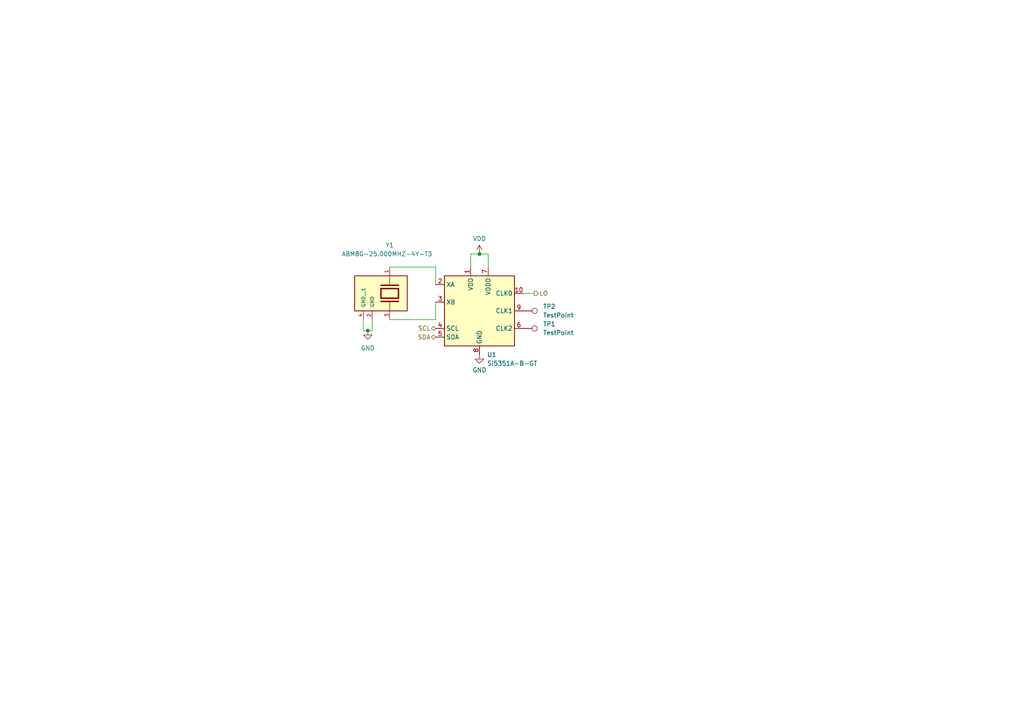
<source format=kicad_sch>
(kicad_sch (version 20230121) (generator eeschema)
  (paper "A4")
  (lib_symbols
    (symbol "ABM8G-25.000MHZ-4Y-T3:ABM8G-25.000MHZ-4Y-T3" (pin_names (offset 1.016))
      (property "Reference" "Y" (at -5.08 6.35 0))
      (property "Value" "ABM8G-25.000MHZ-4Y-T3" (at -12.7 -12.7 0))
      (symbol "ABM8G-25.000MHZ-4Y-T3_0_0"
        (rectangle (start -5.08 -10.16) (end 5.08 5.08) (stroke (width 0.254)) (fill (type background)))
        (polyline (pts (xy -5.08 0) (xy -2.54 0)) (stroke (width 0.1524)))
        (polyline (pts (xy -2.3368 2.54) (xy -2.3368 -2.54)) (stroke (width 0.4064)))
        (polyline (pts (xy -1.397 2.54) (xy -1.397 -2.54)) (stroke (width 0.4064)))
        (polyline (pts (xy -1.397 2.54) (xy 1.397 2.54)) (stroke (width 0.4064)))
        (polyline (pts (xy 1.397 -2.54) (xy -1.397 -2.54)) (stroke (width 0.4064)))
        (polyline (pts (xy 1.397 2.54) (xy 1.397 -2.54)) (stroke (width 0.4064)))
        (polyline (pts (xy 2.3368 2.54) (xy 2.3368 -2.54)) (stroke (width 0.4064)))
        (polyline (pts (xy 2.54 0) (xy 5.08 0)) (stroke (width 0.1524)))
        (pin passive line (at -7.62 0 0) (length 2.54) (name "~") (number "1"))
        (pin power_in line (at 7.62 -5.08 180) (length 2.54) (name "GND") (number "2"))
        (pin passive line (at 7.62 0 180) (length 2.54) (name "~") (number "3"))
        (pin power_in line (at 7.62 -7.62 180) (length 2.54) (name "GND__1") (number "4"))
      )
    )
    (symbol "Connector:TestPoint" (pin_numbers hide) (pin_names (offset 0.762) hide)
      (property "Reference" "TP" (at 0 6.858 0))
      (property "Value" "TestPoint" (at 0 5.08 0))
      (symbol "TestPoint_0_1"
        (circle (center 0 3.302) (radius 0.762))
      )
      (symbol "TestPoint_1_1"
        (pin passive line (at 0 0 90) (length 2.54) (name "1") (number "1"))
      )
    )
    (symbol "Oscillator:Si5351A-B-GT"
      (property "Reference" "U" (at -8.89 11.43 0))
      (property "Value" "Si5351A-B-GT" (at -12.7 -12.7 0))
      (symbol "Si5351A-B-GT_0_1"
        (rectangle (start -10.16 10.16) (end 10.16 -10.16) (stroke (width 0.254)) (fill (type background)))
      )
      (symbol "Si5351A-B-GT_1_1"
        (pin power_in line (at -2.54 12.7 270) (length 2.54) (name "VDD") (number "1"))
        (pin output line (at 12.7 5.08 180) (length 2.54) (name "CLK0") (number "10"))
        (pin input line (at -12.7 7.62 0) (length 2.54) (name "XA") (number "2"))
        (pin input line (at -12.7 2.54 0) (length 2.54) (name "XB") (number "3"))
        (pin input line (at -12.7 -5.08 0) (length 2.54) (name "SCL") (number "4"))
        (pin bidirectional line (at -12.7 -7.62 0) (length 2.54) (name "SDA") (number "5"))
        (pin output line (at 12.7 -5.08 180) (length 2.54) (name "CLK2") (number "6"))
        (pin power_in line (at 2.54 12.7 270) (length 2.54) (name "VDDO") (number "7"))
        (pin power_in line (at 0 -12.7 90) (length 2.54) (name "GND") (number "8"))
        (pin output line (at 12.7 0 180) (length 2.54) (name "CLK1") (number "9"))
      )
    )
    (symbol "power:GND" (power) (pin_names (offset 0))
      (property "Value" "GND" (at 0 -3.81 0))
      (symbol "GND_0_1"
        (polyline (pts (xy 0 0) (xy 0 -1.27) (xy 1.27 -1.27) (xy 0 -2.54) (xy -1.27 -1.27) (xy 0 -1.27)))
      )
      (symbol "GND_1_1"
        (pin power_in line (at 0 0 270) (length 0) hide (name "GND") (number "1"))
      )
    )
    (symbol "power:VDD" (power) (pin_names (offset 0))
      (property "Value" "VDD" (at 0 3.81 0))
      (symbol "VDD_0_1"
        (polyline (pts (xy -0.762 1.27) (xy 0 2.54)))
        (polyline (pts (xy 0 0) (xy 0 2.54)))
        (polyline (pts (xy 0 2.54) (xy 0.762 1.27)))
      )
      (symbol "VDD_1_1"
        (pin power_in line (at 0 0 90) (length 0) hide (name "VDD") (number "1"))
      )
    )
  )
  (junction (at 139.065 73.66))
  (junction (at 106.68 95.885))
  (wire (pts (xy 105.41 92.71) (xy 105.41 95.885)))
  (wire (pts (xy 113.03 92.71) (xy 126.365 92.71)))
  (wire (pts (xy 136.525 73.66) (xy 139.065 73.66)))
  (wire (pts (xy 136.525 77.47) (xy 136.525 73.66)))
  (wire (pts (xy 151.765 85.09) (xy 154.94 85.09)))
  (wire (pts (xy 126.365 77.47) (xy 126.365 82.55)))
  (wire (pts (xy 141.605 73.66) (xy 139.065 73.66)))
  (wire (pts (xy 105.41 95.885) (xy 106.68 95.885)))
  (wire (pts (xy 126.365 92.71) (xy 126.365 87.63)))
  (wire (pts (xy 107.95 92.71) (xy 107.95 95.885)))
  (wire (pts (xy 107.95 95.885) (xy 106.68 95.885)))
  (wire (pts (xy 113.03 77.47) (xy 126.365 77.47)))
  (wire (pts (xy 141.605 77.47) (xy 141.605 73.66)))
  (hierarchical_label "SDA" (shape bidirectional) (at 126.365 97.79 180))
  (hierarchical_label "SCL" (shape bidirectional) (at 126.365 95.25 180))
  (hierarchical_label "LO" (shape output) (at 154.94 85.09 0))
  (symbol (lib_id "power:GND") (at 106.68 95.885 0) (unit 1)
    (property "Reference" "#PWR01" (effects hide))
    (property "Value" "GND" (at 106.68 100.965 0))
  )
  (symbol (lib_id "power:VDD") (at 139.065 73.66 0) (unit 1)
    (property "Reference" "#PWR03" (effects hide))
    (property "Value" "VDD" (at 139.065 69.215 0))
    (instances (project "analog_frontend" (path "" (reference "#PWR03") (unit 1)) (path "" (reference "#PWR02") (unit 1))))
  )
  (symbol (lib_id "ABM8G-25.000MHZ-4Y-T3:ABM8G-25.000MHZ-4Y-T3") (at 113.03 85.09 270) (unit 1)
    (property "Reference" "Y1" (at 111.76 71.12 90) (effects (justify left)))
    (property "Value" "ABM8G-25.000MHZ-4Y-T3" (at 99.06 73.66 90) (effects (justify left)))
    (property "Footprint" "XTAL_ABM8G-25.000MHZ-4Y-T3" (effects hide))
    (property "PARTREV" "08.13.15" (effects hide))
    (property "STANDARD" "Manufacturer Recommendations" (effects hide))
    (property "MAXIMUM_PACKAGE_HEIGHT" "1.0 mm" (effects hide))
    (property "MANUFACTURER" "Abracon" (effects hide))
  )
  (symbol (lib_id "Connector:TestPoint") (at 151.765 90.17 270) (unit 1)
    (property "Reference" "TP2" (at 157.48 88.9 90) (effects (justify left)))
    (property "Value" "TestPoint" (at 157.48 91.44 90) (effects (justify left)))
    (instances (project "analog_frontend" (path "" (reference "TP2") (unit 1)) (path "" (reference "TP1") (unit 1))))
  )
  (symbol (lib_id "Oscillator:Si5351A-B-GT") (at 139.065 90.17 0) (unit 1)
    (property "Reference" "U1" (at 141.2591 102.87 0) (effects (justify left)))
    (property "Value" "Si5351A-B-GT" (at 141.2591 105.41 0) (effects (justify left)))
    (property "Footprint" "Package_SO:MSOP-10_3x3mm_P0.5mm" (effects hide))
    (property "Datasheet" "https://www.silabs.com/documents/public/data-sheets/Si5351-B.pdf" (effects hide))
  )
  (symbol (lib_id "power:GND") (at 139.065 102.87 0) (unit 1)
    (property "Reference" "#PWR02" (effects hide))
    (property "Value" "GND" (at 139.065 107.315 0))
    (instances (project "analog_frontend" (path "" (reference "#PWR02") (unit 1)) (path "" (reference "#PWR03") (unit 1))))
  )
  (symbol (lib_id "Connector:TestPoint") (at 151.765 95.25 270) (unit 1)
    (property "Reference" "TP1" (at 157.48 93.98 90) (effects (justify left)))
    (property "Value" "TestPoint" (at 157.48 96.52 90) (effects (justify left)))
    (instances (project "analog_frontend" (path "" (reference "TP1") (unit 1)) (path "" (reference "TP2") (unit 1))))
  )
)
</source>
